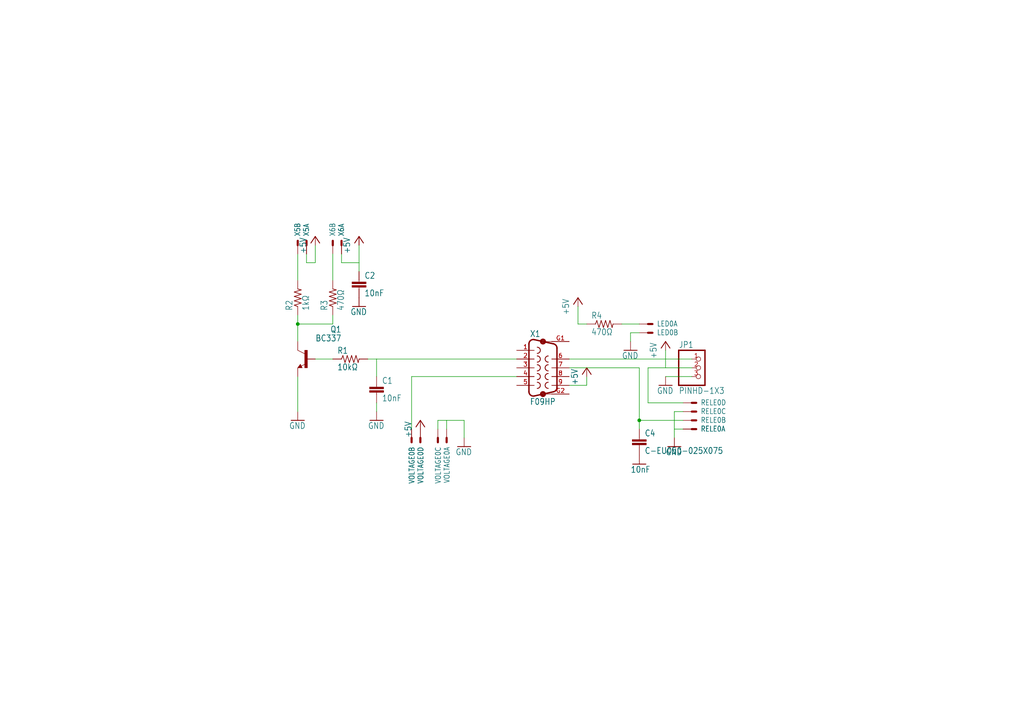
<source format=kicad_sch>
(kicad_sch (version 20211123) (generator eeschema)
  (paper "A4")
  (lib_symbols
    (symbol "hub_interior-eagle-import:+5V" (power)
      (property "Value" "+5V" (at -2.54 -5.08 90))
      (symbol "+5V_1_0"
        (polyline (pts (xy 0 0) (xy -1.27 -1.905)) (stroke (width 0.254)))
        (polyline (pts (xy 1.27 -1.905) (xy 0 0)) (stroke (width 0.254)))
        (pin power_in line (at 0 -2.54 90) (length 2.54) (name "+5V") (number "1"))
      )
    )
    (symbol "hub_interior-eagle-import:22-23-2021"
      (property "Reference" "X" (at 2.54 -0.762 0))
      (symbol "22-23-2021_1_0"
        (polyline (pts (xy 1.27 0) (xy 0 0)) (stroke (width 0.6096)))
        (pin passive line (at -2.54 0 0) (length 2.54) (name "S") (number "1"))
      )
      (symbol "22-23-2021_2_0"
        (polyline (pts (xy 1.27 0) (xy 0 0)) (stroke (width 0.6096)))
        (pin passive line (at -2.54 0 0) (length 2.54) (name "S") (number "2"))
      )
    )
    (symbol "hub_interior-eagle-import:22-23-2041"
      (property "Reference" "X" (at 2.54 -0.762 0))
      (symbol "22-23-2041_1_0"
        (polyline (pts (xy 1.27 0) (xy 0 0)) (stroke (width 0.6096)))
        (pin passive line (at -2.54 0 0) (length 2.54) (name "S") (number "1"))
      )
      (symbol "22-23-2041_2_0"
        (polyline (pts (xy 1.27 0) (xy 0 0)) (stroke (width 0.6096)))
        (pin passive line (at -2.54 0 0) (length 2.54) (name "S") (number "2"))
      )
      (symbol "22-23-2041_3_0"
        (polyline (pts (xy 1.27 0) (xy 0 0)) (stroke (width 0.6096)))
        (pin passive line (at -2.54 0 0) (length 2.54) (name "S") (number "3"))
      )
      (symbol "22-23-2041_4_0"
        (polyline (pts (xy 1.27 0) (xy 0 0)) (stroke (width 0.6096)))
        (pin passive line (at -2.54 0 0) (length 2.54) (name "S") (number "4"))
      )
    )
    (symbol "hub_interior-eagle-import:BC337"
      (property "Reference" "Q" (at -10.16 7.62 0))
      (property "Value" "BC337" (at -10.16 5.08 0))
      (symbol "BC337_1_0"
        (rectangle (start -0.254 -2.54) (end 0.508 2.54) (fill (type outline)))
        (polyline (pts (xy 1.27 -2.54) (xy 1.778 -1.524)) (stroke (width 0.1524)))
        (polyline (pts (xy 1.524 -2.413) (xy 2.286 -2.413)) (stroke (width 0.254)))
        (polyline (pts (xy 1.524 -2.286) (xy 1.905 -2.286)) (stroke (width 0.254)))
        (polyline (pts (xy 1.54 -2.04) (xy 0.308 -1.424)) (stroke (width 0.1524)))
        (polyline (pts (xy 1.778 -1.778) (xy 1.524 -2.286)) (stroke (width 0.254)))
        (polyline (pts (xy 1.778 -1.524) (xy 2.54 -2.54)) (stroke (width 0.1524)))
        (polyline (pts (xy 1.905 -2.286) (xy 1.778 -2.032)) (stroke (width 0.254)))
        (polyline (pts (xy 2.286 -2.413) (xy 1.778 -1.778)) (stroke (width 0.254)))
        (polyline (pts (xy 2.54 -2.54) (xy 1.27 -2.54)) (stroke (width 0.1524)))
        (polyline (pts (xy 2.54 2.54) (xy 0.508 1.524)) (stroke (width 0.1524)))
        (pin passive line (at 2.54 -5.08 90) (length 2.54) (name "E") (number "1"))
        (pin passive line (at -2.54 0 0) (length 2.54) (name "B") (number "2"))
        (pin passive line (at 2.54 5.08 270) (length 2.54) (name "C") (number "3"))
      )
    )
    (symbol "hub_interior-eagle-import:C-EU050-025X075"
      (property "Reference" "C" (at 1.524 0.381 0))
      (property "Value" "C-EU050-025X075" (at 1.524 -4.699 0))
      (symbol "C-EU050-025X075_1_0"
        (rectangle (start -2.032 -2.032) (end 2.032 -1.524) (fill (type outline)))
        (rectangle (start -2.032 -1.016) (end 2.032 -0.508) (fill (type outline)))
        (polyline (pts (xy 0 -2.54) (xy 0 -2.032)) (stroke (width 0.1524)))
        (polyline (pts (xy 0 0) (xy 0 -0.508)) (stroke (width 0.1524)))
        (pin passive line (at 0 2.54 270) (length 2.54) (name "1") (number "1"))
        (pin passive line (at 0 -5.08 90) (length 2.54) (name "2") (number "2"))
      )
    )
    (symbol "hub_interior-eagle-import:F09HP"
      (property "Reference" "X" (at -3.81 8.89 0))
      (property "Value" "F09HP" (at -3.81 -10.795 0))
      (symbol "F09HP_1_0"
        (arc (start -4.064 -6.9312) (mid -3.5903 -7.9205) (end -2.5226 -8.1719) (stroke (width 0.4064)))
        (arc (start -2.5226 8.172) (mid -3.5903 7.9205) (end -4.064 6.9312) (stroke (width 0.4064)))
        (arc (start -1.651 -5.969) (mid -0.762 -5.08) (end -1.651 -4.191) (stroke (width 0.254)))
        (arc (start -1.651 -3.429) (mid -0.762 -2.54) (end -1.651 -1.651) (stroke (width 0.254)))
        (arc (start -1.651 -0.889) (mid -0.762 0) (end -1.651 0.889) (stroke (width 0.254)))
        (arc (start -1.651 1.651) (mid -0.762 2.54) (end -1.651 3.429) (stroke (width 0.254)))
        (arc (start -1.651 4.191) (mid -0.762 5.08) (end -1.651 5.969) (stroke (width 0.254)))
        (circle (center 0 -7.62) (radius 0.254) (stroke (width 0.6096)))
        (polyline (pts (xy -4.064 -6.9312) (xy -4.064 6.9312)) (stroke (width 0.4064)))
        (polyline (pts (xy -2.5226 -8.1718) (xy 0 -7.62)) (stroke (width 0.4064)))
        (polyline (pts (xy -2.5226 8.1718) (xy 0 7.62)) (stroke (width 0.4064)))
        (polyline (pts (xy 0 -7.62) (xy 2.54 -7.62)) (stroke (width 0.1524)))
        (polyline (pts (xy 0 -7.62) (xy 3.0654 -6.9494)) (stroke (width 0.4064)))
        (polyline (pts (xy 0 7.62) (xy 3.0654 6.9494)) (stroke (width 0.4064)))
        (polyline (pts (xy 2.54 7.62) (xy 0 7.62)) (stroke (width 0.1524)))
        (polyline (pts (xy 4.064 -5.7088) (xy 4.064 5.7088)) (stroke (width 0.4064)))
        (circle (center 0 7.62) (radius 0.254) (stroke (width 0.6096)))
        (arc (start 1.524 -4.191) (mid 0.635 -5.08) (end 1.524 -5.969) (stroke (width 0.254)))
        (arc (start 1.524 -1.651) (mid 0.635 -2.54) (end 1.524 -3.429) (stroke (width 0.254)))
        (arc (start 1.524 0.889) (mid 0.635 0) (end 1.524 -0.889) (stroke (width 0.254)))
        (arc (start 1.524 3.429) (mid 0.635 2.54) (end 1.524 1.651) (stroke (width 0.254)))
        (arc (start 3.0654 -6.9494) (mid 3.7833 -6.5051) (end 4.064 -5.7088) (stroke (width 0.4064)))
        (arc (start 4.0642 5.7088) (mid 3.7836 6.5053) (end 3.0654 6.9495) (stroke (width 0.4064)))
        (pin passive line (at -7.62 5.08 0) (length 5.08) (name "1") (number "1"))
        (pin passive line (at -7.62 2.54 0) (length 5.08) (name "2") (number "2"))
        (pin passive line (at -7.62 0 0) (length 5.08) (name "3") (number "3"))
        (pin passive line (at -7.62 -2.54 0) (length 5.08) (name "4") (number "4"))
        (pin passive line (at -7.62 -5.08 0) (length 5.08) (name "5") (number "5"))
        (pin passive line (at 7.62 2.54 180) (length 5.08) (name "6") (number "6"))
        (pin passive line (at 7.62 0 180) (length 5.08) (name "7") (number "7"))
        (pin passive line (at 7.62 -2.54 180) (length 5.08) (name "8") (number "8"))
        (pin passive line (at 7.62 -5.08 180) (length 5.08) (name "9") (number "9"))
        (pin passive line (at 7.62 7.62 180) (length 5.08) (name "G1") (number "G1"))
        (pin passive line (at 7.62 -7.62 180) (length 5.08) (name "G2") (number "G2"))
      )
    )
    (symbol "hub_interior-eagle-import:GND" (power)
      (property "Value" "GND" (at -2.54 -2.54 0))
      (symbol "GND_1_0"
        (polyline (pts (xy -1.905 0) (xy 1.905 0)) (stroke (width 0.254)))
        (pin power_in line (at 0 2.54 270) (length 2.54) (name "GND") (number "1"))
      )
    )
    (symbol "hub_interior-eagle-import:PINHD-1X3"
      (property "Reference" "JP" (at -6.35 5.715 0))
      (property "Value" "PINHD-1X3" (at -6.35 -7.62 0))
      (symbol "PINHD-1X3_1_0"
        (polyline (pts (xy -6.35 -5.08) (xy 1.27 -5.08)) (stroke (width 0.4064)))
        (polyline (pts (xy -6.35 5.08) (xy -6.35 -5.08)) (stroke (width 0.4064)))
        (polyline (pts (xy 1.27 -5.08) (xy 1.27 5.08)) (stroke (width 0.4064)))
        (polyline (pts (xy 1.27 5.08) (xy -6.35 5.08)) (stroke (width 0.4064)))
        (pin passive inverted (at -2.54 2.54 0) (length 2.54) (name "1") (number "1"))
        (pin passive inverted (at -2.54 0 0) (length 2.54) (name "2") (number "2"))
        (pin passive inverted (at -2.54 -2.54 0) (length 2.54) (name "3") (number "3"))
      )
    )
    (symbol "hub_interior-eagle-import:R-US_0207{slash}7"
      (property "Reference" "R" (at -3.81 1.4986 0))
      (property "Value" "R-US_0207{slash}7" (at -3.81 -3.302 0))
      (symbol "R-US_0207{slash}7_1_0"
        (polyline (pts (xy -2.54 0) (xy -2.159 1.016)) (stroke (width 0.2032)))
        (polyline (pts (xy -2.159 1.016) (xy -1.524 -1.016)) (stroke (width 0.2032)))
        (polyline (pts (xy -1.524 -1.016) (xy -0.889 1.016)) (stroke (width 0.2032)))
        (polyline (pts (xy -0.889 1.016) (xy -0.254 -1.016)) (stroke (width 0.2032)))
        (polyline (pts (xy -0.254 -1.016) (xy 0.381 1.016)) (stroke (width 0.2032)))
        (polyline (pts (xy 0.381 1.016) (xy 1.016 -1.016)) (stroke (width 0.2032)))
        (polyline (pts (xy 1.016 -1.016) (xy 1.651 1.016)) (stroke (width 0.2032)))
        (polyline (pts (xy 1.651 1.016) (xy 2.286 -1.016)) (stroke (width 0.2032)))
        (polyline (pts (xy 2.286 -1.016) (xy 2.54 0)) (stroke (width 0.2032)))
        (pin passive line (at -5.08 0 0) (length 2.54) (name "1") (number "1"))
        (pin passive line (at 5.08 0 180) (length 2.54) (name "2") (number "2"))
      )
    )
  )
  (junction (at 86.36 93.98))
  (junction (at 185.42 121.92))
  (wire (pts (xy 198.12 121.92) (xy 185.42 121.92)))
  (wire (pts (xy 200.66 106.68) (xy 193.04 106.68)))
  (wire (pts (xy 195.58 127) (xy 195.58 124.46)))
  (wire (pts (xy 185.42 96.52) (xy 182.88 96.52)))
  (wire (pts (xy 200.66 109.22) (xy 193.04 109.22)))
  (wire (pts (xy 193.04 106.68) (xy 193.04 101.6)))
  (wire (pts (xy 127 121.92) (xy 129.54 121.92)))
  (wire (pts (xy 99.06 76.2) (xy 99.06 73.66)))
  (wire (pts (xy 149.86 109.22) (xy 119.38 109.22)))
  (wire (pts (xy 104.14 78.74) (xy 104.14 76.2)))
  (wire (pts (xy 86.36 73.66) (xy 86.36 81.28)))
  (wire (pts (xy 88.9 73.66) (xy 88.9 76.2)))
  (wire (pts (xy 185.42 121.92) (xy 185.42 124.46)))
  (wire (pts (xy 96.52 81.28) (xy 96.52 73.66)))
  (wire (pts (xy 119.38 124.46) (xy 119.38 109.22)))
  (wire (pts (xy 129.54 121.92) (xy 134.62 121.92)))
  (wire (pts (xy 198.12 119.38) (xy 195.58 119.38)))
  (wire (pts (xy 86.36 99.06) (xy 86.36 93.98)))
  (wire (pts (xy 127 124.46) (xy 127 121.92)))
  (wire (pts (xy 187.96 106.68) (xy 193.04 106.68)))
  (wire (pts (xy 195.58 119.38) (xy 195.58 124.46)))
  (wire (pts (xy 167.64 93.98) (xy 170.18 93.98)))
  (wire (pts (xy 167.64 88.9) (xy 167.64 93.98)))
  (wire (pts (xy 195.58 124.46) (xy 198.12 124.46)))
  (wire (pts (xy 180.34 93.98) (xy 185.42 93.98)))
  (wire (pts (xy 165.1 106.68) (xy 185.42 106.68)))
  (wire (pts (xy 99.06 76.2) (xy 104.14 76.2)))
  (wire (pts (xy 129.54 124.46) (xy 129.54 121.92)))
  (wire (pts (xy 106.68 104.14) (xy 109.22 104.14)))
  (wire (pts (xy 187.96 116.84) (xy 187.96 106.68)))
  (wire (pts (xy 86.36 93.98) (xy 86.36 91.44)))
  (wire (pts (xy 165.1 104.14) (xy 200.66 104.14)))
  (wire (pts (xy 109.22 119.38) (xy 109.22 116.84)))
  (wire (pts (xy 96.52 91.44) (xy 96.52 93.98)))
  (wire (pts (xy 109.22 104.14) (xy 109.22 109.22)))
  (wire (pts (xy 185.42 106.68) (xy 185.42 121.92)))
  (wire (pts (xy 198.12 116.84) (xy 187.96 116.84)))
  (wire (pts (xy 91.44 104.14) (xy 96.52 104.14)))
  (wire (pts (xy 104.14 76.2) (xy 104.14 71.12)))
  (wire (pts (xy 170.18 111.76) (xy 170.18 109.22)))
  (wire (pts (xy 96.52 93.98) (xy 86.36 93.98)))
  (wire (pts (xy 88.9 76.2) (xy 91.44 76.2)))
  (wire (pts (xy 91.44 76.2) (xy 91.44 71.12)))
  (wire (pts (xy 149.86 104.14) (xy 109.22 104.14)))
  (wire (pts (xy 134.62 121.92) (xy 134.62 127)))
  (wire (pts (xy 165.1 111.76) (xy 170.18 111.76)))
  (wire (pts (xy 86.36 119.38) (xy 86.36 109.22)))
  (wire (pts (xy 182.88 96.52) (xy 182.88 99.06)))
  (symbol (lib_id "hub_interior-eagle-import:R-US_0207{slash}7") (at 101.6 104.14 0) (unit 1)
    (property "Reference" "R1" (at 97.79 102.6414 0) (effects (font (size 1.778 1.5113)) (justify left bottom)))
    (property "Value" "10kΩ" (at 97.79 107.442 0) (effects (font (size 1.778 1.5113)) (justify left bottom)))
    (property "Footprint" "Resistor_THT:R_Axial_DIN0207_L6.3mm_D2.5mm_P7.62mm_Horizontal" (effects hide))
  )
  (symbol (lib_id "hub_interior-eagle-import:+5V") (at 121.92 121.92 0) (unit 1)
    (property "Reference" "#P+04" (effects hide))
    (property "Value" "+5V" (at 119.38 127 90) (effects (font (size 1.778 1.5113)) (justify left bottom)))
    (property "Footprint" "hub_interior:" (effects hide))
  )
  (symbol (lib_id "hub_interior-eagle-import:22-23-2041") (at 127 127 270) (unit 3)
    (property "Reference" "VOLTAGE0" (at 126.238 129.54 0) (effects (font (size 1.524 1.2954)) (justify left bottom)))
    (property "Value" "22-23-2041" (effects hide))
    (property "Footprint" "Connector_Molex:Molex_KK-254_AE-6410-04A_1x04_P2.54mm_Vertical" (effects hide))
  )
  (symbol (lib_id "hub_interior-eagle-import:22-23-2041") (at 119.38 127 270) (unit 2)
    (property "Reference" "VOLTAGE0" (at 118.618 129.54 0) (effects (font (size 1.524 1.2954)) (justify left bottom)))
    (property "Value" "22-23-2041" (effects hide))
    (property "Footprint" "Connector_Molex:Molex_KK-254_AE-6410-04A_1x04_P2.54mm_Vertical" (effects hide))
  )
  (symbol (lib_id "hub_interior-eagle-import:GND") (at 182.88 101.6 0) (unit 1)
    (property "Reference" "#GND05" (effects hide))
    (property "Value" "GND" (at 180.34 104.14 0) (effects (font (size 1.778 1.5113)) (justify left bottom)))
    (property "Footprint" "hub_interior:" (effects hide))
  )
  (symbol (lib_id "hub_interior-eagle-import:GND") (at 195.58 129.54 0) (unit 1)
    (property "Reference" "#GND09" (effects hide))
    (property "Value" "GND" (at 193.04 132.08 0) (effects (font (size 1.778 1.5113)) (justify left bottom)))
    (property "Footprint" "hub_interior:" (effects hide))
  )
  (symbol (lib_id "hub_interior-eagle-import:22-23-2021") (at 86.36 71.12 90) (unit 2)
    (property "Reference" "X5" (at 87.122 68.58 0) (effects (font (size 1.524 1.2954)) (justify left bottom)))
    (property "Value" "BUZZER" (effects hide))
    (property "Footprint" "Connector_Molex:Molex_KK-254_AE-6410-02A_1x02_P2.54mm_Vertical" (effects hide))
  )
  (symbol (lib_id "hub_interior-eagle-import:22-23-2041") (at 200.66 124.46 0) (unit 1)
    (property "Reference" "RELE0" (at 203.2 125.222 0) (effects (font (size 1.524 1.2954)) (justify left bottom)))
    (property "Value" "22-23-2041" (effects hide))
    (property "Footprint" "Connector_Molex:Molex_KK-254_AE-6410-04A_1x04_P2.54mm_Vertical" (effects hide))
  )
  (symbol (lib_id "hub_interior-eagle-import:R-US_0207{slash}7") (at 96.52 86.36 90) (unit 1)
    (property "Reference" "R3" (at 95.0214 90.17 0) (effects (font (size 1.778 1.5113)) (justify left bottom)))
    (property "Value" "470Ω" (at 99.822 90.17 0) (effects (font (size 1.778 1.5113)) (justify left bottom)))
    (property "Footprint" "Resistor_THT:R_Axial_DIN0207_L6.3mm_D2.5mm_P7.62mm_Horizontal" (effects hide))
  )
  (symbol (lib_id "hub_interior-eagle-import:C-EU050-025X075") (at 109.22 111.76 0) (unit 1)
    (property "Reference" "C1" (at 110.744 111.379 0) (effects (font (size 1.778 1.5113)) (justify left bottom)))
    (property "Value" "10nF" (at 110.744 116.459 0) (effects (font (size 1.778 1.5113)) (justify left bottom)))
    (property "Footprint" "Capacitor_THT:C_Disc_D7.5mm_W2.5mm_P5.00mm" (effects hide))
  )
  (symbol (lib_id "hub_interior-eagle-import:22-23-2021") (at 96.52 71.12 90) (unit 2)
    (property "Reference" "X6" (at 97.282 68.58 0) (effects (font (size 1.524 1.2954)) (justify left bottom)))
    (property "Value" "LED_ROJO" (effects hide))
    (property "Footprint" "Connector_Molex:Molex_KK-254_AE-6410-02A_1x02_P2.54mm_Vertical" (effects hide))
  )
  (symbol (lib_id "hub_interior-eagle-import:GND") (at 185.42 134.62 0) (unit 1)
    (property "Reference" "#GND08" (effects hide))
    (property "Value" "10nF" (at 182.88 137.16 0) (effects (font (size 1.778 1.5113)) (justify left bottom)))
    (property "Footprint" "hub_interior:" (effects hide))
  )
  (symbol (lib_id "hub_interior-eagle-import:22-23-2041") (at 200.66 116.84 0) (unit 4)
    (property "Reference" "RELE0" (at 203.2 117.602 0) (effects (font (size 1.524 1.2954)) (justify left bottom)))
    (property "Value" "22-23-2041" (effects hide))
    (property "Footprint" "Connector_Molex:Molex_KK-254_AE-6410-04A_1x04_P2.54mm_Vertical" (effects hide))
  )
  (symbol (lib_id "hub_interior-eagle-import:GND") (at 134.62 129.54 0) (unit 1)
    (property "Reference" "#GND06" (effects hide))
    (property "Value" "GND" (at 132.08 132.08 0) (effects (font (size 1.778 1.5113)) (justify left bottom)))
    (property "Footprint" "hub_interior:" (effects hide))
  )
  (symbol (lib_id "hub_interior-eagle-import:BC337") (at 88.9 104.14 0) (mirror y) (unit 1)
    (property "Reference" "Q1" (at 99.06 96.52 0) (effects (font (size 1.778 1.5113)) (justify left bottom)))
    (property "Value" "BC337" (at 99.06 99.06 0) (effects (font (size 1.778 1.5113)) (justify left bottom)))
    (property "Footprint" "Package_TO_SOT_THT:TO-92" (effects hide))
  )
  (symbol (lib_id "hub_interior-eagle-import:GND") (at 109.22 121.92 0) (unit 1)
    (property "Reference" "#GND03" (effects hide))
    (property "Value" "GND" (at 106.68 124.46 0) (effects (font (size 1.778 1.5113)) (justify left bottom)))
    (property "Footprint" "hub_interior:" (effects hide))
  )
  (symbol (lib_id "hub_interior-eagle-import:+5V") (at 91.44 68.58 0) (unit 1)
    (property "Reference" "#P+01" (effects hide))
    (property "Value" "+5V" (at 88.9 73.66 90) (effects (font (size 1.778 1.5113)) (justify left bottom)))
    (property "Footprint" "hub_interior:" (effects hide))
  )
  (symbol (lib_id "hub_interior-eagle-import:C-EU050-025X075") (at 104.14 81.28 0) (unit 1)
    (property "Reference" "C2" (at 105.664 80.899 0) (effects (font (size 1.778 1.5113)) (justify left bottom)))
    (property "Value" "10nF" (at 105.664 85.979 0) (effects (font (size 1.778 1.5113)) (justify left bottom)))
    (property "Footprint" "Capacitor_THT:C_Disc_D7.5mm_W2.5mm_P5.00mm" (effects hide))
  )
  (symbol (lib_id "hub_interior-eagle-import:GND") (at 193.04 111.76 0) (unit 1)
    (property "Reference" "#GND07" (effects hide))
    (property "Value" "GND" (at 190.5 114.3 0) (effects (font (size 1.778 1.5113)) (justify left bottom)))
    (property "Footprint" "hub_interior:" (effects hide))
  )
  (symbol (lib_id "hub_interior-eagle-import:22-23-2041") (at 121.92 127 270) (unit 4)
    (property "Reference" "VOLTAGE0" (at 121.158 129.54 0) (effects (font (size 1.524 1.2954)) (justify left bottom)))
    (property "Value" "22-23-2041" (effects hide))
    (property "Footprint" "Connector_Molex:Molex_KK-254_AE-6410-04A_1x04_P2.54mm_Vertical" (effects hide))
  )
  (symbol (lib_id "hub_interior-eagle-import:PINHD-1X3") (at 203.2 106.68 0) (unit 1)
    (property "Reference" "JP1" (at 196.85 100.965 0) (effects (font (size 1.778 1.5113)) (justify left bottom)))
    (property "Value" "PINHD-1X3" (at 196.85 114.3 0) (effects (font (size 1.778 1.5113)) (justify left bottom)))
    (property "Footprint" "Connector_PinSocket_2.54mm:PinSocket_1x03_P2.54mm_Vertical" (effects hide))
  )
  (symbol (lib_id "hub_interior-eagle-import:R-US_0207{slash}7") (at 175.26 93.98 0) (unit 1)
    (property "Reference" "R4" (at 171.45 92.4814 0) (effects (font (size 1.778 1.5113)) (justify left bottom)))
    (property "Value" "470Ω" (at 171.45 97.282 0) (effects (font (size 1.778 1.5113)) (justify left bottom)))
    (property "Footprint" "Resistor_THT:R_Axial_DIN0207_L6.3mm_D2.5mm_P7.62mm_Horizontal" (effects hide))
  )
  (symbol (lib_id "hub_interior-eagle-import:22-23-2041") (at 200.66 119.38 0) (unit 3)
    (property "Reference" "RELE0" (at 203.2 120.142 0) (effects (font (size 1.524 1.2954)) (justify left bottom)))
    (property "Value" "22-23-2041" (effects hide))
    (property "Footprint" "Connector_Molex:Molex_KK-254_AE-6410-04A_1x04_P2.54mm_Vertical" (effects hide))
  )
  (symbol (lib_id "hub_interior-eagle-import:+5V") (at 167.64 86.36 0) (unit 1)
    (property "Reference" "#P+03" (effects hide))
    (property "Value" "+5V" (at 165.1 91.44 90) (effects (font (size 1.778 1.5113)) (justify left bottom)))
    (property "Footprint" "hub_interior:" (effects hide))
  )
  (symbol (lib_id "hub_interior-eagle-import:F09HP") (at 157.48 106.68 0) (unit 1)
    (property "Reference" "X1" (at 153.67 97.79 0) (effects (font (size 1.778 1.5113)) (justify left bottom)))
    (property "Value" "F09HP" (at 153.67 117.475 0) (effects (font (size 1.778 1.5113)) (justify left bottom)))
    (property "Footprint" "hub_interior:F09HP" (effects hide))
  )
  (symbol (lib_id "hub_interior-eagle-import:GND") (at 104.14 88.9 0) (unit 1)
    (property "Reference" "#GND010" (effects hide))
    (property "Value" "GND" (at 101.6 91.44 0) (effects (font (size 1.778 1.5113)) (justify left bottom)))
    (property "Footprint" "hub_interior:" (effects hide))
  )
  (symbol (lib_id "hub_interior-eagle-import:+5V") (at 170.18 106.68 0) (unit 1)
    (property "Reference" "#P+06" (effects hide))
    (property "Value" "+5V" (at 167.64 111.76 90) (effects (font (size 1.778 1.5113)) (justify left bottom)))
    (property "Footprint" "hub_interior:" (effects hide))
  )
  (symbol (lib_id "hub_interior-eagle-import:22-23-2021") (at 187.96 96.52 0) (unit 2)
    (property "Reference" "LED0" (at 190.5 97.282 0) (effects (font (size 1.524 1.2954)) (justify left bottom)))
    (property "Value" "LED_VERDE" (effects hide))
    (property "Footprint" "Connector_Molex:Molex_KK-254_AE-6410-02A_1x02_P2.54mm_Vertical" (effects hide))
  )
  (symbol (lib_id "hub_interior-eagle-import:22-23-2041") (at 200.66 121.92 0) (unit 2)
    (property "Reference" "RELE0" (at 203.2 122.682 0) (effects (font (size 1.524 1.2954)) (justify left bottom)))
    (property "Value" "22-23-2041" (effects hide))
    (property "Footprint" "Connector_Molex:Molex_KK-254_AE-6410-04A_1x04_P2.54mm_Vertical" (effects hide))
  )
  (symbol (lib_id "hub_interior-eagle-import:22-23-2021") (at 99.06 71.12 90) (unit 1)
    (property "Reference" "X6" (at 99.822 68.58 0) (effects (font (size 1.524 1.2954)) (justify left bottom)))
    (property "Value" "LED_ROJO" (effects hide))
    (property "Footprint" "Connector_Molex:Molex_KK-254_AE-6410-02A_1x02_P2.54mm_Vertical" (effects hide))
  )
  (symbol (lib_id "hub_interior-eagle-import:+5V") (at 104.14 68.58 0) (unit 1)
    (property "Reference" "#P+02" (effects hide))
    (property "Value" "+5V" (at 101.6 73.66 90) (effects (font (size 1.778 1.5113)) (justify left bottom)))
    (property "Footprint" "hub_interior:" (effects hide))
  )
  (symbol (lib_id "hub_interior-eagle-import:R-US_0207{slash}7") (at 86.36 86.36 90) (unit 1)
    (property "Reference" "R2" (at 84.8614 90.17 0) (effects (font (size 1.778 1.5113)) (justify left bottom)))
    (property "Value" "1kΩ" (at 89.662 90.17 0) (effects (font (size 1.778 1.5113)) (justify left bottom)))
    (property "Footprint" "Resistor_THT:R_Axial_DIN0207_L6.3mm_D2.5mm_P7.62mm_Horizontal" (effects hide))
  )
  (symbol (lib_id "hub_interior-eagle-import:GND") (at 86.36 121.92 0) (unit 1)
    (property "Reference" "#GND04" (effects hide))
    (property "Value" "GND" (at 83.82 124.46 0) (effects (font (size 1.778 1.5113)) (justify left bottom)))
    (property "Footprint" "hub_interior:" (effects hide))
  )
  (symbol (lib_id "hub_interior-eagle-import:C-EU050-025X075") (at 185.42 127 0) (unit 1)
    (property "Reference" "C4" (at 186.944 126.619 0) (effects (font (size 1.778 1.5113)) (justify left bottom)))
    (property "Value" "C-EU050-025X075" (at 186.944 131.699 0) (effects (font (size 1.778 1.5113)) (justify left bottom)))
    (property "Footprint" "Capacitor_THT:C_Disc_D7.5mm_W2.5mm_P5.00mm" (effects hide))
  )
  (symbol (lib_id "hub_interior-eagle-import:+5V") (at 193.04 99.06 0) (unit 1)
    (property "Reference" "#P+05" (effects hide))
    (property "Value" "+5V" (at 190.5 104.14 90) (effects (font (size 1.778 1.5113)) (justify left bottom)))
    (property "Footprint" "hub_interior:" (effects hide))
  )
  (symbol (lib_id "hub_interior-eagle-import:22-23-2021") (at 88.9 71.12 90) (unit 1)
    (property "Reference" "X5" (at 89.662 68.58 0) (effects (font (size 1.524 1.2954)) (justify left bottom)))
    (property "Value" "BUZZER" (effects hide))
    (property "Footprint" "Connector_Molex:Molex_KK-254_AE-6410-02A_1x02_P2.54mm_Vertical" (effects hide))
  )
  (symbol (lib_id "hub_interior-eagle-import:22-23-2021") (at 187.96 93.98 0) (unit 1)
    (property "Reference" "LED0" (at 190.5 94.742 0) (effects (font (size 1.524 1.2954)) (justify left bottom)))
    (property "Value" "LED_VERDE" (effects hide))
    (property "Footprint" "Connector_Molex:Molex_KK-254_AE-6410-02A_1x02_P2.54mm_Vertical" (effects hide))
  )
  (symbol (lib_id "hub_interior-eagle-import:22-23-2041") (at 129.54 127 270) (unit 1)
    (property "Reference" "VOLTAGE0" (at 128.778 129.54 0) (effects (font (size 1.524 1.2954)) (justify left bottom)))
    (property "Value" "22-23-2041" (effects hide))
    (property "Footprint" "Connector_Molex:Molex_KK-254_AE-6410-04A_1x04_P2.54mm_Vertical" (effects hide))
  )
)
</source>
